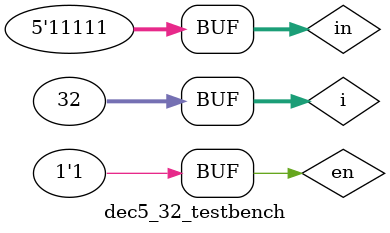
<source format=sv>
module dec5_32 (en, in, out);

	input logic en;
	input logic [4:0] in;
	output logic [31:0] out;
	
	logic d0en, d16en, inv4;
	
	not (inv4, in[4]);
	and (d0en, en, in[4]);
	and (d16en, en, inv4);
	
	
	dec4_16 d0_15 (.en(d0en), .in(in[3:0]), .out(out[31:16]));
	dec4_16 d16_31 (.en(d16en), .in(in[3:0]), .out(out[15:0]));

endmodule

module dec5_32_testbench ();
	logic en;
	logic [4:0] in;
	logic [31:0] out;
	
	dec5_32 dut (.*);
	
	integer i;
	
	initial begin
		en = 0;
		for(i=0; i<32; i++) begin
			in = i; #10;
		end
		en = 1;
		for(i=0; i<32; i++) begin
			in = i; #10;
		end
	end


endmodule

</source>
